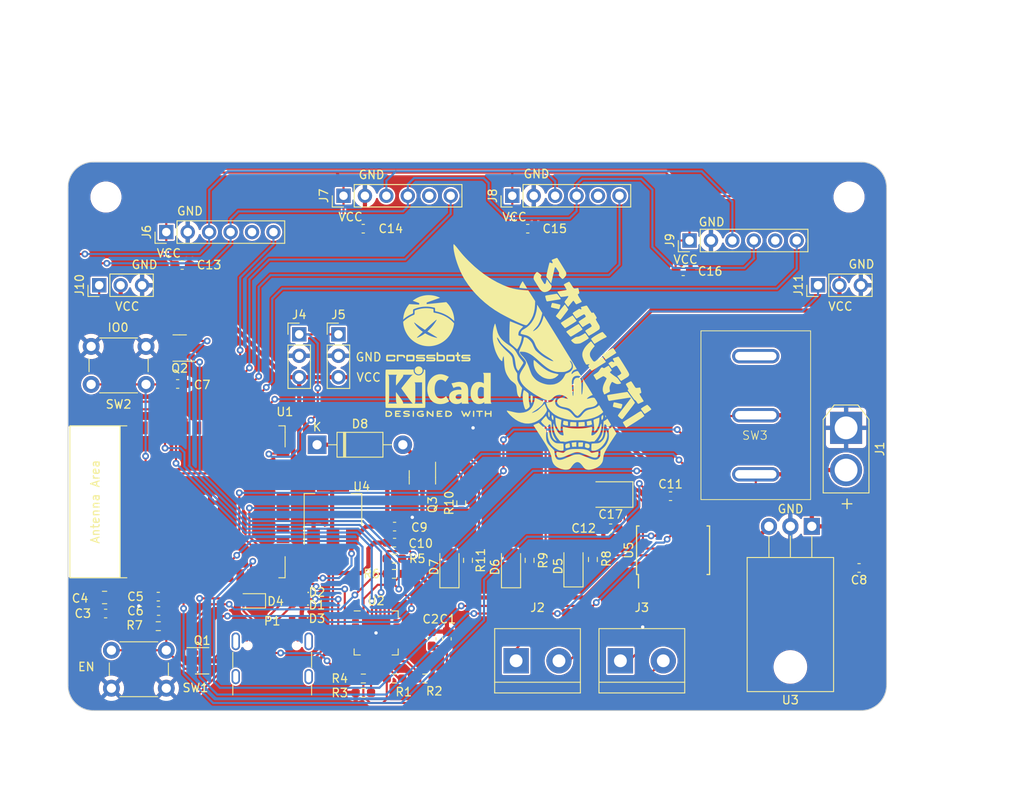
<source format=kicad_pcb>
(kicad_pcb (version 20221018) (generator pcbnew)
  (layers (0 "F.Cu" signal) (31 "B.Cu" signal) (34 "B.Paste" user) (35 "F.Paste" user) (36 "B.SilkS" user "B.Silkscreen") (37 "F.SilkS" user "F.Silkscreen") (38 "B.Mask" user) (39 "F.Mask" user) (44 "Edge.Cuts" user))
  (net 0 "")
  (net 1 "VDD33")
  (net 2 "GND")
  (net 4 "VBUS")
  (net 5 "D+")
  (net 12 "D-")
  (net 13 "Net-(Q1-B)")
  (net 14 "EN")
  (net 15 "RTS")
  (net 16 "Net-(Q2-B)")
  (net 17 "DTR")
  (net 18 "IO0")
  (net 20 "VBUS_CP210")
  (net 33 "Net-(U2-~{RST})")
  (net 35 "Net-(U2-~{SUSPEND})")
  (net 36 "IO36")
  (net 37 "IO39")
  (net 38 "IO34")
  (net 39 "IO35")
  (net 40 "IO32")
  (net 41 "IO33")
  (net 42 "IO25")
  (net 43 "IO26")
  (net 44 "IO27")
  (net 45 "IO14")
  (net 46 "IO12")
  (net 47 "IO13")
  (net 48 "IO15")
  (net 49 "IO2")
  (net 50 "IO4")
  (net 51 "IO16")
  (net 52 "IO17")
  (net 53 "IO5")
  (net 54 "IO18")
  (net 55 "IO19")
  (net 56 "IO21")
  (net 57 "IO22")
  (net 58 "IO23")
  (net 59 "5V")
  (net 60 "12V")
  (net 61 "Net-(D6-A)")
  (net 62 "Net-(D5-A)")
  (net 63 "Net-(D7-A)")
  (net 64 "Net-(D8-A)")
  (net 65 "Net-(J2-Pin_1)")
  (net 66 "Net-(J2-Pin_2)")
  (net 67 "Net-(J3-Pin_2)")
  (net 68 "Net-(J3-Pin_1)")
  (net 73 "TXD")
  (net 74 "TXD0")
  (net 75 "Net-(SW3-B)")
  (net 76 "Net-(Q3-D)")
  (footprint "Resistor_SMD:R_0603_1608Metric_Pad0.98x0.95mm_HandSolder" (layer "F.Cu") (at 162.2 117.1 90)
    (fp_text reference "R8")
    (fp_text value "1k(5%)")
  )
  (footprint "Capacitor_SMD:C_0603_1608Metric_Pad1.08x0.95mm_HandSolder" (layer "F.Cu") (at 143.1 126.5 90)
    (fp_text reference "C2")
    (fp_text value "0.1uF/50V(10%)")
  )
  (footprint "Package_DFN_QFN:QFN-28-1EP_5x5mm_P0.5mm_EP3.35x3.35mm" (layer "F.Cu") (at 136.52 125.8)
    (fp_text reference "U2")
    (fp_text value "CP2102N-Axx-xQFN28")
  )
  (footprint "Connector_AMASS:AMASS_XT30U-M_1x02_P5.0mm_Vertical" (layer "F.Cu") (at 192.2 101.5 -90)
    (fp_text reference "J1")
    (fp_text value "3Cell Li-Po")
  )
  (footprint "Package_TO_SOT_SMD:SOT-23-3" (layer "F.Cu") (at 142 107.3625 -90)
    (fp_text reference "Q3")
    (fp_text value "Q_PMOS_GSD")
  )
  (footprint "Capacitor_SMD:C_0603_1608Metric_Pad1.08x0.95mm_HandSolder" (layer "F.Cu") (at 171.4 109.6)
    (fp_text reference "C11")
    (fp_text value "0.1uF")
  )
  (footprint "Resistor_SMD:R_0603_1608Metric_Pad0.98x0.95mm_HandSolder" (layer "F.Cu") (at 142.3 131.2)
    (fp_text reference "R2")
    (fp_text value "10k(5%)")
  )
  (footprint "Connector_PinHeader_2.54mm:PinHeader_1x06_P2.54mm_Vertical" (layer "F.Cu") (at 152.65 74 90)
    (fp_text reference "J8")
    (fp_text value "VL MIDDLE RIGHT")
  )
  (footprint "Resistor_SMD:R_0603_1608Metric_Pad0.98x0.95mm_HandSolder" (layer "F.Cu") (at 135 132.9 180)
    (fp_text reference "R3")
    (fp_text value "47.5k(5%)")
  )
  (footprint "Diode_THT:D_DO-41_SOD81_P10.16mm_Horizontal" (layer "F.Cu") (at 129.52 103.5)
    (fp_text reference "D8")
    (fp_text value "1N4007")
  )
  (footprint "Resistor_SMD:R_0603_1608Metric_Pad0.98x0.95mm_HandSolder" (layer "F.Cu") (at 154.7 117.2 90)
    (fp_text reference "R9")
    (fp_text value "1k(5%)")
  )
  (footprint "Package_TO_SOT_THT:TO-220-3_Horizontal_TabDown" (layer "F.Cu") (at 188.14 113.17 180)
    (fp_text reference "U3")
    (fp_text value "L7805")
  )
  (footprint "Button_Switch_THT:SW_PUSH_6mm" (layer "F.Cu") (at 102.75 91.85)
    (fp_text reference "SW2")
    (fp_text value "SW_Push")
  )
  (footprint "Connector_PinHeader_2.54mm:PinHeader_1x03_P2.54mm_Vertical" (layer "F.Cu") (at 188.875 84.6 90)
    (fp_text reference "J11")
    (fp_text value "LINE SENSOR RIGHT")
  )
  (footprint "Symbol:KiCad-Logo2_5mm_SilkScreen" (layer "F.Cu") (at 143.9 97.2)
    (fp_text reference "REF**" hide)
    (fp_text value "KiCad-Logo2_5mm_SilkScreen" hide)
  )
  (footprint "MountingHole:MountingHole_3.2mm_M3_DIN965" (layer "F.Cu") (at 192.55 74.15)
    (fp_text reference "REF**" hide)
    (fp_text value "MountingHole_3.2mm_M3_DIN965")
  )
  (footprint "Resistor_SMD:R_0603_1608Metric_Pad0.98x0.95mm_HandSolder" (layer "F.Cu") (at 135 131.2)
    (fp_text reference "R4")
    (fp_text value "22.1k(5%)")
  )
  (footprint "Capacitor_SMD:C_0603_1608Metric_Pad1.08x0.95mm_HandSolder" (layer "F.Cu") (at 193.7375 118.1 180)
    (fp_text reference "C8")
    (fp_text value "3.3uF/50V(10%)")
  )
  (footprint "Capacitor_SMD:C_0603_1608Metric_Pad1.08x0.95mm_HandSolder" (layer "F.Cu") (at 104.4625 123.5 180)
    (fp_text reference "C3")
    (fp_text value "0.1uF/50V(10%)")
  )
  (footprint "Capacitor_SMD:C_0603_1608Metric_Pad1.08x0.95mm_HandSolder" (layer "F.Cu") (at 144.9 126.5 90)
    (fp_text reference "C1")
    (fp_text value "4.7uF/6.3V(10%)")
  )
  (footprint "Connector_USB:USB_C_Receptacle_GCT_USB4105-xx-A_16P_TopMnt_Horizontal" (layer "F.Cu") (at 124.2 129.9)
    (fp_text reference "P1")
    (fp_text value "USB_C_Plug")
  )
  (footprint "TerminalBlock:TerminalBlock_bornier-2_P5.08mm" (layer "F.Cu") (at 153.1 129.1)
    (fp_text reference "J2")
    (fp_text value "Screw_Terminal_01x02")
  )
  (footprint "Connector_PinHeader_2.54mm:PinHeader_1x06_P2.54mm_Vertical" (layer "F.Cu") (at 132.65 74 90)
    (fp_text reference "J7")
    (fp_text value "VL MIDDLE LEFT")
  )
  (footprint "Diode_SMD:D_0402_1005Metric_Pad0.77x0.64mm_HandSolder" (layer "F.Cu") (at 127.2 121 180)
    (fp_text reference "D2")
    (fp_text value "GG0402055R042P")
  )
  (footprint "Capacitor_SMD:C_0603_1608Metric_Pad1.08x0.95mm_HandSolder" (layer "F.Cu") (at 172.9 82.95)
    (fp_text reference "C16")
    (fp_text value "0.1uF")
  )
  (footprint "MountingHole:MountingHole_3.2mm_M3_DIN965" (layer "F.Cu") (at 104.5 74.15)
    (fp_text reference "REF**" hide)
    (fp_text value "MountingHole_3.2mm_M3_DIN965")
  )
  (footprint "PCM_Espressif:ESP32-WROOM-32E" (layer "F.Cu") (at 114.73 110.26 90)
    (fp_text reference "U1")
    (fp_text value "ESP32-WROOM-E")
  )
  (footprint "Resistor_SMD:R_0603_1608Metric_Pad0.98x0.95mm_HandSolder" (layer "F.Cu") (at 138.6875 117 180)
    (fp_text reference "R5")
    (fp_text value "10k(5%)")
  )
  (footprint "Connector_PinHeader_2.54mm:PinHeader_1x03_P2.54mm_Vertical" (layer "F.Cu") (at 132.05 90.42)
    (fp_text reference "J5")
    (fp_text value "IR RECIEVER")
  )
  (footprint "Capacitor_SMD:C_0805_2012Metric_Pad1.18x1.45mm_HandSolder" (layer "F.Cu") (at 104.3375 121.6 180)
    (fp_text reference "C4")
    (fp_text value "22uF/10V(20%)")
  )
  (footprint "Capacitor_SMD:C_0603_1608Metric_Pad1.08x0.95mm_HandSolder" (layer "F.Cu") (at 164.3 113.4 180)
    (fp_text reference "C12")
    (fp_text value "0.1uF/12V")
  )
  (footprint "LOGO" (layer "F.Cu") (at 157.639021 93.066901)
    (fp_text reference "G***" hide)
    (fp_text value "LOGO" hide)
  )
  (footprint "Resistor_SMD:R_0603_1608Metric_Pad0.98x0.95mm_HandSolder" (layer "F.Cu") (at 110.7 125)
    (fp_text reference "R7")
    (fp_text value "10K(10%)")
  )
  (footprint "Diode_SMD:D_0402_1005Metric_Pad0.77x0.64mm_HandSolder" (layer "F.Cu") (at 127.1725 122.5 180)
    (fp_text reference "D1")
    (fp_text value "GG0402055R042P")
  )
  (footprint "Capacitor_SMD:C_0603_1608Metric_Pad1.08x0.95mm_HandSolder" (layer "F.Cu") (at 134.9875 77.9)
    (fp_text reference "C14")
    (fp_text value "0.1uF")
  )
  (footprint "Capacitor_SMD:C_0603_1608Metric_Pad1.08x0.95mm_HandSolder" (layer "F.Cu") (at 138.7 115.1)
    (fp_text reference "C10")
    (fp_text value "22uF/50V(10%)")
  )
  (footprint "Package_TO_SOT_SMD:SOT-223-3_TabPin2" (layer "F.Cu") (at 131.4 111.2 90)
    (fp_text reference "U4")
    (fp_text value "AMS1117-3.3")
  )
  (footprint "Package_SO:SSOP-24_5.3x8.2mm_P0.65mm" (layer "F.Cu") (at 171.7 116 90)
    (fp_text reference "U5")
    (fp_text value "TB6612FNG")
  )
  (footprint "LED_SMD:LED_1206_3216Metric_Pad1.42x1.75mm_HandSolder" (layer "F.Cu") (at 145.2 117.9875 90)
    (fp_text reference "D7")
    (fp_text value "LED")
  )
  (footprint "Connector_PinHeader_2.54mm:PinHeader_1x06_P2.54mm_Vertical" (layer "F.Cu") (at 173.65 79.3 90)
    (fp_text reference "J9")
    (fp_text value "VL RIGHT")
  )
  (footprint "Connector_PinHeader_2.54mm:PinHeader_1x03_P2.54mm_Vertical" (layer "F.Cu") (at 127.4 90.42)
    (fp_text reference "J4")
    (fp_text value "IR RECIEVER")
  )
  (footprint "Resistor_SMD:R_0603_1608Metric_Pad0.98x0.95mm_HandSolder" (layer "F.Cu") (at 146.6 110.4 90)
    (fp_text reference "R10")
    (fp_text value "1K")
  )
  (footprint "TerminalBlock:TerminalBlock_bornier-2_P5.08mm" (layer "F.Cu") (at 165.46 129.1)
    (fp_text reference "J3")
    (fp_text value "Screw_Terminal_01x02")
  )
  (footprint "Resistor_SMD:R_0603_1608Metric_Pad0.98x0.95mm_HandSolder" (layer "F.Cu") (at 147.4 117.2 90)
    (fp_text reference "R11")
    (fp_text value "1k(5%)")
  )
  (footprint "Capacitor_Tantalum_SMD:CP_EIA-3528-15_AVX-H_Pad1.50x2.35mm_HandSolder" (layer "F.Cu") (at 164.3 109.4 180)
    (fp_text reference "C17")
    (fp_text value "10uF/12V")
  )
  (footprint "Button_Switch_THT:SW_PUSH_6mm" (layer "F.Cu") (at 111.65 132.35 180)
    (fp_text reference "SW1")
    (fp_text value "SW_Push")
  )
  (footprint "Capacitor_SMD:C_0603_1608Metric_Pad1.08x0.95mm_HandSolder" (layer "F.Cu") (at 113 96.3 180)
    (fp_text reference "C7")
    (fp_text value "0.1uF/50V(10%)")
  )
  (footprint "LED_SMD:LED_1206_3216Metric_Pad1.42x1.75mm_HandSolder" (layer "F.Cu") (at 159.9 117.8875 90)
    (fp_text reference "D5")
    (fp_text value "LED")
  )
  (footprint "LED_SMD:LED_1206_3216Metric_Pad1.42x1.75mm_HandSolder" (layer "F.Cu") (at 152.5 117.9875 90)
    (fp_text reference "D6")
    (fp_text value "LED")
  )
  (footprint "Capacitor_SMD:C_0603_1608Metric_Pad1.08x0.95mm_HandSolder" (layer "F.Cu") (at 113.53 82.2)
    (fp_text reference "C13")
    (fp_text value "0.1uF")
  )
  (footprint "Capacitor_SMD:C_0603_1608Metric_Pad1.08x0.95mm_HandSolder" (layer "F.Cu") (at 154.48 77.9)
    (fp_text reference "C15")
    (fp_text value "0.1uF")
  )
  (footprint "Package_TO_SOT_SMD:SOT-23-3" (layer "F.Cu") (at 115.9 129.1)
    (fp_text reference "Q1")
    (fp_text value "SS8050-G")
  )
  (footprint "Connector_PinHeader_2.54mm:PinHeader_1x06_P2.54mm_Vertical" (layer "F.Cu") (at 111.65 78.3 90)
    (fp_text reference "J6")
    (fp_text value "VL LEFT")
  )
  (footprint "Capacitor_SMD:C_0603_1608Metric_Pad1.08x0.95mm_HandSolder" (layer "F.Cu") (at 110.7375 123.2)
    (fp_text reference "C6")
    (fp_text value "0.1uF/50V(10%)")
  )
  (footprint "Resistor_SMD:R_0603_1608Metric_Pad0.98x0.95mm_HandSolder" (layer "F.Cu") (at 138.6875 118.8 180)
    (fp_text reference "R6")
    (fp_text value "10k(5%)")
  )
  (footprint "Diode_SMD:D_0402_1005Metric_Pad0.77x0.64mm_HandSolder" (layer "F.Cu") (at 127.1275 124 180)
    (fp_text reference "D3")
    (fp_text value "GG0402055R042P")
  )
  (footprint "Capacitor_SMD:C_0603_1608Metric_Pad1.08x0.95mm_HandSolder" (layer "F.Cu") (at 110.7 121.5 180)
    (fp_text reference "C5")
    (fp_text value "0.1uF/50V(10%)")
  )
  (footprint "Diode_SMD:D_SOD-323" (layer "F.Cu") (at 121.8 122 180)
    (fp_text reference "D4")
    (fp_text value "BAT760-7")
  )
  (footprint "Connector_PinHeader_2.54mm:PinHeader_1x03_P2.54mm_Vertical" (layer "F.Cu") (at 103.7 84.6 90)
    (fp_text reference "J10")
    (fp_text value "LINE SENSOR LEFT")
  )
  (footprint "Resistor_SMD:R_0603_1608Metric_Pad0.98x0.95mm_HandSolder" (layer "F.Cu") (at 138.6875 131.2)
    (fp_text reference "R1")
    (fp_text value "2k(5%)")
  )
  (footprint "LOGO" (layer "F.Cu") (at 142.7 89.7)
    (fp_text reference "G***" hide)
    (fp_text value "LOGO" hide)
  )
  (footprint "Package_TO_SOT_SMD:SOT-23-3" (layer "F.Cu") (at 113.2375 92.04 180)
    (fp_text reference "Q2")
    (fp_text value "SS8050-G")
  )
  (footprint "Customs:Toggle Switch" (layer "F.Cu") (at 181.5 100 180)
    (fp_text reference "SW3")
    (fp_text value "SW_SPST")
  )
  (footprint "Capacitor_SMD:C_0603_1608Metric_Pad1.08x0.95mm_HandSolder" (layer "F.Cu") (at 138.7 113.2)
    (fp_text reference "C9")
    (fp_text value "22uF/50V(10%)")
  )
  (gr_arc (start 100 73) (mid 100.87868 70.87868) (end 103 70) (stroke (width 0.1)) (layer "Edge.Cuts"))
  (gr_line (start 103 70) (end 194 70) (stroke (width 0.1)) (layer "Edge.Cuts"))
  (gr_line (start 100 132) (end 100 73) (stroke (width 0.1)) (layer "Edge.Cuts"))
  (gr_arc (start 103 135) (mid 100.87868 134.12132) (end 100 132) (stroke (width 0.1)) (layer "Edge.Cuts"))
  (gr_line (start 194 135) (end 103 135) (stroke (width 0.1)) (layer "Edge.Cuts"))
  (gr_arc (start 194 70) (mid 196.12132 70.87868) (end 197 73) (stroke (width 0.1)) (layer "Edge.Cuts"))
  (gr_arc (start 197 132) (mid 196.12132 134.12132) (end 194 135) (stroke (width 0.1)) (layer "Edge.Cuts"))
  (gr_line (start 197 73) (end 197 132) (stroke (width 0.1)) (layer "Edge.Cuts"))
  (gr_text "GND" (at 134.35 72.1) (layer "F.SilkS") (effects (font (size 1 1)) (justify left bottom)))
  (gr_text "VCC" (at 105.5 87.7) (layer "F.SilkS") (effects (font (size 1 1)) (justify left bottom)))
  (gr_text "GND" (at 107.45 82.75) (layer "F.SilkS") (effects (font (size 1 1)) (justify left bottom)))
  (gr_text "GND" (at 184 111.7) (layer "F.SilkS") (effects (font (size 1 1)) (justify left bottom)))
  (gr_text "VCC" (at 190 87.7) (layer "F.SilkS") (effects (font (size 1 1)) (justify left bottom)))
  (gr_text "VCC" (at 171.65 82.15) (layer "F.SilkS") (effects (font (size 1 1)) (justify left bottom)))
  (gr_text "EN" (at 101.1 130.4) (layer "F.SilkS") (effects (font (size 1 1)) (justify left bottom)))
  (gr_text "VCC" (at 131.95 77.1) (layer "F.SilkS") (effects (font (size 1 1)) (justify left bottom)))
  (gr_text "GND" (at 192.4 82.7) (layer "F.SilkS") (effects (font (size 1 1)) (justify left bottom)))
  (gr_text "GND" (at 112.83 76.4) (layer "F.SilkS") (effects (font (size 1 1)) (justify left bottom)))
  (gr_text "VCC" (at 151.38 77.1) (layer "F.SilkS") (effects (font (size 1 1)) (justify left bottom)))
  (gr_text "GND" (at 174.65 77.7) (layer "F.SilkS") (effects (font (size 1 1)) (justify left bottom)))
  (gr_text "VCC" (at 134.1 96.1) (layer "F.SilkS") (effects (font (size 1 1)) (justify left bottom)))
  (gr_text "GND" (at 134 93.7) (layer "F.SilkS") (effects (font (size 1 1)) (justify left bottom)))
  (gr_text "IO0" (at 104.6 90.2) (layer "F.SilkS") (effects (font (size 1 1)) (justify left bottom)))
  (gr_text "VCC" (at 110.43 81.4) (layer "F.SilkS") (effects (font (size 1 1)) (justify left bottom)))
  (gr_text "GND" (at 153.9 72) (layer "F.SilkS") (effects (font (size 1 1)) (justify left bottom)))
  (segment (start 172 82.9125) (end 172 79.6) (width 0.25) (layer "F.Cu") (net 1))
  (segment (start 152.6 71.25) (end 170.85 71.25) (width 0.25) (layer "F.Cu") (net 1))
  (segment (start 137.3 134.1) (end 137.775 133.625) (width 0.25) (layer "F.Cu") (net 1))
  (segment (start 154.7 118.1125) (end 156.6 116.2125) (width 0.25) (layer "F.Cu") (net 1))
  (segment (start 131.3 126.7) (end 128.8 129.2) (width 0.25) (layer "F.Cu") (net 1))
  (segment (start 137.3 134.1) (end 142.9 134.1) (width 0.25) (layer "F.Cu") (net 1))
  (segment (start 159.85 96.85) (end 170.5375 107.5375) (width 0.5) (layer "F.Cu") (net 1))
  (segment (start 112.6675 86.6825) (end 112.65 86.7) (width 0.25) (layer "F.Cu") (net 1))
  (segment (start 155.8 95.5) (end 158.5 95.5) (width 0.5) (layer "F.Cu") (net 1))
  (segment (start 135.6 117.9) (end 135.6 115.8) (width 0.5) (layer "F.Cu") (net 1))
  (segment (start 173.65 74.05) (end 173.65 79.3) (width 0.25) (layer "F.Cu") (net 1))
  (segment (start 112.6675 82.2) (end 112.6675 86.6825) (width 0.25) (layer "F.Cu") (net 1))
  (segment (start 131.3 125.1) (end 133 126.8) (width 0.25) (layer "F.Cu") (net 1))
  (segment (start 135 133.3) (end 135.8 134.1) (width 0.25) (layer "F.Cu") (net 1))
  (segment (start 112.65 86.7) (end 106.8 86.7) (width 0.5) (layer "F.Cu") (net 1))
  (segment (start 172 79.6) (end 172.3 79.3) (width 0.25) (layer "F.Cu") (net 1))
  (segment (start 135 129.7) (end 135 133.3) (width 0.25) (layer "F.Cu") (net 1))
  (segment (start 107.6 125) (end 109.7875 125) (width 0.25) (layer "F.Cu") (net 1))
  (segment (start 173.65 74.05) (end 185.65 74.05) (width 0.25) (layer "F.Cu") (net 1))
  (segment (start 127.4 104.48) (end 127.4 95.5) (width 0.5) (layer "F.Cu") (net 1))
  (segment (start 135.8 134.1) (end 137.3 134.1) (width 0.25) (layer "F.Cu") (net 1))
  (segment (start 102.5 126.4) (end 103.9 125) (width 0.25) (layer "F.Cu") (net 1))
  (segment (start 132 118.7) (end 134.8 118.7) (width 0.5) (layer "F.Cu") (net 1))
  (segment (start 127.4 95.5) (end 132.05 95.5) (width 0.5) (layer "F.Cu") (net 1))
  (segment (start 142.9 134.1) (end 144.9 132.1) (width 0.25) (layer "F.Cu") (net 1))
  (segment (start 131.3 126) (end 131.3 126.7) (width 0.25) (layer "F.Cu") (net 1))
  (segment (start 170.5375 107.5375) (end 170.5375 109.6) (width 0.5) (layer "F.Cu") (net 1))
  (segment (start 107.6 121.4) (end 107.6 125) (width 0.25) (layer "F.Cu") (net 1))
  (segment (start 106.8 86.7) (end 106.24 86.14) (width 0.5) (layer "F.Cu") (net 1))
  (segment (start 133 126.8) (end 134.07 126.8) (width 0.25) (layer "F.Cu") (net 1))
  (segment (start 156.6 116.2125) (end 156.6 96.3) (width 0.25) (layer "F.Cu") (net 1))
  (segment (start 135.6 115.8) (end 136.3 115.1) (width 0.5) (layer "F.Cu") (net 1))
  (segment (start 108.99 119.01) (end 108.99 120.01) (width 0.25) (layer "F.Cu") (net 1))
  (segment (start 152.6 71.25) (end 152.65 71.3) (width 0.25) (layer "F.Cu") (net 1))
  (segment (start 170.5375 109.6) (end 170.5375 110.4375) (width 0.25) (layer "F.Cu") (net 1))
  (segment (start 131.8 71.25) (end 132.65 72.1) (width 0.25) (layer "F.Cu") (net 1))
  (segment (start 102.5 132.6) (end 102.5 126.4) (width 0.25) (layer "F.Cu") (net 1))
  (segment (start 152.65 71.3) (end 152.65 74) (width 0.25) (layer "F.Cu") (net 1))
  (segment (start 144.9 132.1) (end 144.9 127.3625) (width 0.25) (layer "F.Cu") (net 1))
  (segment (start 170.725 110.625) (end 170.725 112.4) (width 0.25) (layer "F.Cu") (net 1))
  (segment (start 172.3 79.3) (end 173.65 79.3) (width 0.25) (layer "F.Cu") (net 1))
  (segment (start 131.3 118) (end 131.3 108.38) (width 0.5) (layer "F.Cu") (net 1))
  (segment (start 132.05 95.5) (end 155.8 95.5) (width 0.5) (layer "F.Cu") (net 1))
  (segment (start 170.85 71.25) (end 173.65 74.05) (width 0.25) (layer "F.Cu") (net 1))
  (segment (start 131.4 118.1) (end 131.4 121.399195) (width 0.25) (layer "F.Cu") (net 1))
  (segment (start 131.3 125.1) (end 131.3 126) (width 0.25) (layer "F.Cu") (net 1))
  (segment (start 127.4 95.5) (end 125.7 95.5) (width 0.5) (layer "F.Cu") (net 1))
  (segment (start 104.1 134.2) (end 102.5 132.6) (width 0.25) (layer "F.Cu") (net 1))
  (segment (start 185.65 74.05) (end 191.415 79.815) (width 0.25) (layer "F.Cu") (net 1))
  (segment (start 131.3 126) (end 135 129.7) (width 0.25) (layer "F.Cu") (net 1))
  (segment (start 152.65 76.9325) (end 153.6175 77.9) (width 0.25) (layer "F.Cu") (net 1))
  (segment (start 191.415 86.285) (end 190.1 87.6) (width 0.5) (layer "F.Cu") (net 1))
  (segment (start 190.1 87.6) (end 169.1 87.6) (width 0.5) (layer "F.Cu") (net 1))
  (segment (start 116.9 86.7) (end 115.8 86.7) (width 0.5) (layer "F.Cu") (net 1))
  (segment (start 105.325 121.7) (end 105.325 124.975) (width 0.25) (layer "F.Cu") (net 1))
  (segment (start 115.8 86.7) (end 112.65 86.7) (width 0.5) (layer "F.Cu") (net 1))
  (segment (start 111.65 81.1825) (end 111.65 78.3) (width 0.25) (layer "F.Cu") (net 1))
  (segment (start 158.5 95.5) (end 159.85 96.85) (width 0.5) (layer "F.Cu") (net 1))
  (segment (start 191.415 79.815) (end 191.415 84.6) (width 0.25) (layer "F.Cu") (net 1))
  (segment (start 125.7 95.5) (end 116.9 86.7) (width 0.5) (layer "F.Cu") (net 1))
  (segment (start 137.775 133.625) (end 137.775 131.2) (width 0.25) (layer "F.Cu") (net 1))
  (segment (start 191.415 84.6) (end 191.415 86.285) (width 0.5) (layer "F.Cu") (net 1))
  (segment (start 132.65 74) (end 132.65 76.425) (width 0.25) (layer "F.Cu") (net 1))
  (segment (start 152.65 74) (end 152.65 76.9325) (width 0.25) (layer "F.Cu") (net 1))
  (segment (start 105.3 125) (end 107.6 125) (width 0.25) (layer "F.Cu") (net 1))
  (segment (start 170.725 112.4) (end 171.375 112.4) (width 0.25) (layer "F.Cu") (net 1))
  (segment (start 134.8 118.7) (end 135.6 117.9) (width 0.5) (layer "F.Cu") (net 1))
  (segment (start 106.24 86.14) (end 106.24 84.6) (width 0.5) (layer "F.Cu") (net 1))
  (segment (start 136.3 115.1) (end 137.8375 115.1) (width 0.5) (layer "F.Cu") (net 1))
  (segment (start 114.05 71.25) (end 131.8 71.25) (width 0.25) (layer "F.Cu") (net 1))
  (segment (start 112.6675 82.2) (end 111.65 81.1825) (width 0.25) (layer "F.Cu") (net 1))
  (segment (start 132.65 72.1) (end 132.65 74) (width 0.25) (layer "F.Cu") (net 1))
  (segment (start 156.6 96.3) (end 155.8 95.5) (width 0.25) (layer "F.Cu") (net 1))
  (segment (start 114.3 134.2) (end 104.1 134.2) (width 0.25) (layer "F.Cu") (net 1))
  (segment (start 119.3 129.2) (end 114.3 134.2) (width 0.25) (layer "F.Cu") (net 1))
  (segment (start 111.65 73.65) (end 114.05 71.25) (width 0.25) (layer "F.Cu") (net 1))
  (segment (start 131.8 71.25) (end 152.6 71.25) (width 0.25) (layer "F.Cu") (net 1))
  (segment (start 169.1 87.6) (end 159.85 96.85) (width 0.5) (layer "F.Cu") (net 1))
  (segment (start 132.65 76.425) (end 134.125 77.9) (width 0.25) (layer "F.Cu") (net 1))
  (segment (start 103.9 125) (end 105.3 125) (width 0.25) (layer "F.Cu") (net 1))
  (segment (start 131.3 121.499195) (end 131.3 125.1) (width 0.25) (layer "F.Cu") (net 1))
  (segment (start 111.65 78.3) (end 111.65 73.65) (width 0.25) (layer "F.Cu") (net 1))
  (segment (start 131.3 118) (end 131.4 118.1) (width 0.25) (layer "F.Cu") (net 1))
  (segment (start 131.3 108.38) (end 127.4 104.48) (width 0.5) (layer "F.Cu") (net 1))
  (segment (start 131.3 118) (end 132 118.7) (width 0.5) (layer "F.Cu") (net 1))
  (segment (start 143.1 127.3625) (end 144.9 127.3625) (width 0.25) (layer "F.Cu") (net 1))
  (segment (start 134.07 126.8) (end 134.07 127.3) (width 0.25) (layer "F.Cu") (net 1))
  (segment (start 108.99 120.01) (end 107.6 121.4) (width 0.25) (layer "F.Cu") (net 1))
  (segment (start 128.8 129.2) (end 119.3 129.2) (width 0.25) (layer "F.Cu") (net 1))
  (segment (start 105.325 124.975) (end 105.3 125) (width 0.25) (layer "F.Cu") (net 1))
  (segment (start 131.4 121.399195) (end 131.3 121.499195) (width 0.25) (layer "F.Cu") (net 1))
  (segment (start 170.5375 110.4375) (end 170.725 110.625) (width 0.25) (layer "F.Cu") (net 1))
  (segment (start 172.0375 82.95) (end 172 82.9125) (width 0.25) (layer "F.Cu") (net 1))
  (segment (start 136.02 125.3) (end 136.52 125.8) (width 0.25) (layer "F.Cu") (net 2))
  (segment (start 134.07 125.3) (end 136.02 125.3) (width 0.25) (layer "F.Cu") (net 2))
  (via (at 168.1 125.1) (size 0.8) (drill 0.4) (layers "F.Cu" "B.Cu") (net 2))
  (via (at 108.4 122.6) (size 0.8) (drill 0.4) (layers "F.Cu" "B.Cu") (net 2))
  (via (at 136.5 125.8) (size 0.8) (drill 0.4) (layers "F.Cu" "B.Cu") (net 2))
  (via (at 140.8 112.1) (size 0.8) (drill 0.4) (layers "F.Cu" "B.Cu") (net 2))
  (via (at 148 101.5) (size 0.8) (drill 0.4) (layers "F.Cu" "B.Cu") (net 2))
  (segment (start 124.1755 128.1755) (end 123.9 127.9) (width 0.25) (layer "F.Cu") (net 4))
  (segment (start 123.9 127.9) (end 123.9 127.4) (width 0.25) (layer "F.Cu") (net 4))
  (segment (start 126.6 124.045) (end 126.555 124) (width 0.25) (layer "F.Cu") (net 4))
  (segment (start 125.2 128.1755) (end 124.1755 128.1755) (width 0.25) (layer "F.Cu") (net 4))
  (segment (start 123.9 127.4) (end 122.404949 127.4) (width 0.25) (layer "F.Cu") (net 4))
  (segment (start 126.6 126.22) (end 126.6 124.045) (width 0.25) (layer "F.Cu") (net 4))
  (segment (start 134.0875 131.2) (end 132.8 131.2) (width 0.25) (layer "F.Cu") (net 4))
  (segment (start 125.995051 127.4) (end 123.9 127.4) (width 0.25) (layer "F.Cu") (net 4))
  (segment (start 120.8 122.05) (end 120.75 122) (width 0.25) (layer "F.Cu") (net 4))
  (segment (start 132.8 131.2) (end 130.7 129.1) (width 0.25) (layer "F.Cu") (net 4))
  (segment (start 121.8 126.795051) (end 121.8 126.22) (width 0.25) (layer "F.Cu") (net 4))
  (segment (start 121.8 126.22) (end 121.8 124.2) (width 0.25) (layer "F.Cu") (net 4))
  (segment (start 120.8 123.2) (end 120.8 122.05) (width 0.25) (layer "F.Cu") (net 4))
  (segment (start 126.6 126.22) (end 126.6 126.795051) (width 0.25) (layer "F.Cu") (net 4))
  (segment (start 122.404949 127.4) (end 121.8 126.795051) (width 0.25) (layer "F.Cu") (net 4))
  (segment (start 121.8 124.2) (end 120.8 123.2) (width 0.25) (layer "F.Cu") (net 4))
  (segment (start 126.6 126.795051) (end 125.995051 127.4) (width 0.25) (layer "F.Cu") (net 4))
  (via (at 130.7 129.1) (size 0.8) (drill 0.4) (layers "F.Cu" "B.Cu") (net 4))
  (via (at 125.2 128.1755) (size 0.8) (drill 0.4) (layers "F.Cu" "B.Cu") (net 4))
  (segment (start 129.8 128.2) (end 125.2 128.2) (width 0.25) (layer "B.Cu") (net 4))
  (segment (start 130.7 129.1) (end 129.8 128.2) (width 0.25) (layer "B.Cu") (net 4))
  (segment (start 125.2 128.2) (end 125.2 128.1755) (width 0.25) (layer "B.Cu") (net 4))
  (segment (start 123.95 126.22) (end 123.95 123.6775) (width 0.25) (layer "F.Cu") (net 5))
  (segment (start 123.95 123.6775) (end 126.6275 121) (width 0.25) (layer "F.Cu") (net 5))
  (segment (start 132.8 120.6) (end 132.8 125.1) (width 0.25) (layer "F.Cu") (net 5))
  (segment (start 126.6275 121) (end 126.6275 120.4725) (width 0.25) (layer "F.Cu") (net 5))
  (segment (start 133.5 125.8) (end 134.07 125.8) (width 0.25) (layer "F.Cu") (net 5))
  (segment (start 127.1 120) (end 129.1 120) (width 0.25) (layer "F.Cu") (net 5))
  (segment (start 132.8 125.1) (end 133.5 125.8) (width 0.25) (layer "F.Cu") (net 5))
  (segment (start 129.1 120) (end 129.4 120.3) (width 0.25) (layer "F.Cu") (net 5))
  (segment (start 126.6275 120.4725) (end 127.1 120) (width 0.25) (layer "F.Cu") (net 5))
  (via (at 132.8 120.6) (size 0.8) (drill 0.4) (layers "F.Cu" "B.Cu") (net 5))
  (via (at 129.4 120.3) (size 0.8) (drill 0.4) (layers "F.Cu" "B.Cu") (net 5))
  (segment (start 129.7 120.6) (end 132.8 120.6) (width 0.25) (layer "B.Cu") (net 5))
  (segment (start 129.4 120.3) (end 129.7 120.6) (width 0.25) (layer "B.Cu") (net 5))
  (segment (start 126.9 121.8) (end 129.3 121.8) (width 0.25) (layer "F.Cu") (net 12))
  (segment (start 126.6 122.5) (end 126.6 122.1) (width 0.25) (layer "F.Cu") (net 12))
  (segment (start 124.45 124.65) (end 126.6 122.5) (width 0.25) (layer "F.Cu") (net 12))
  (segment (start 126.6 122.1) (end 126.9 121.8) (width 0.25) (layer "F.Cu") (net 12))
  (segment (start 133.2 126.3) (end 134.07 126.3) (width 0.25) (layer "F.Cu") (net 12))
  (segment (start 132.0245 125.1245) (end 133.2 126.3) (width 0.25) (layer "F.Cu") (net 12))
  (segment (start 132.0245 121.8) (end 132.0245 125.1245) (width 0.25) (layer "F.Cu") (net 12))
  (segment (start 124.45 126.22) (end 124.45 124.65) (width 0.25) (layer "F.Cu") (net 12))
  (via (at 129.3 121.8) (size 0.8) (drill 0.4) (layers "F.Cu" "B.Cu") (net 12))
  (via (at 132.0245 121.8) (size 0.8) (drill 0.4) (layers "F.Cu" "B.Cu") (net 12))
  (segment (start 129.3 121.8) (end 132.0245 121.8) (width 0.25) (layer "B.Cu") (net 12))
  (segment (start 119.1 122.4) (end 117 122.4) (width 0.25) (layer "F.Cu") (net 13))
  (segment (start 136.5 118.8) (end 137.775 118.8) (width 0.25) (layer "F.Cu") (net 13))
  (segment (start 134 121.3) (end 136.5 118.8) (width 0.25) (layer "F.Cu") (net 13))
  (segment (start 117 122.4) (end 114.8 124.6) (width 0.25) (layer "F.Cu") (net 13))
  (segment (start 114.8 128.1125) (end 114.7625 128.15) (width 0.25) (layer "F.Cu") (net 13))
  (segment (start 114.8 124.6) (end 114.8 128.1125) (width 0.25) (layer "F.Cu") (net 13))
  (via (at 134 121.3) (size 0.8) (drill 0.4) (layers "F.Cu" "B.Cu") (net 13))
  (via (at 119.1 122.4) (size 0.8) (drill 0.4) (layers "F.Cu" "B.Cu") (net 13))
  (segment (start 134 121.3) (end 132.3 123) (width 0.25) (layer "B.Cu") (net 13))
  (segment (start 119.7 123) (end 119.1 122.4) (width 0.25) (layer "B.Cu") (net 13))
  (segment (start 132.3 123) (end 119.7 123) (width 0.25) (layer "B.Cu") (net 13))
  (segment (start 110.26 119.01) (end 110.26 119.96) (width 0.25) (layer "F.Cu") (net 14))
  (segment (start 111.65 127.85) (end 113.85 130.05) (width 0.25) (layer "F.Cu") (net 14))
  (segment (start 111.65 125.0375) (end 111.65 127.85) (width 0.25) (layer "F.Cu") (net 14))
  (segment (start 113.85 130.05) (end 114.7625 130.05) (width 0.25) (layer "F.Cu") (net 14))
  (segment (start 111.6125 125) (end 111.65 125.0375) (width 0.25) (layer "F.Cu") (net 14))
  (segment (start 111.5625 124.95) (end 111.6125 125) (width 0.25) (layer "F.Cu") (net 14))
  (segment (start 111.5625 121.2625) (end 111.5625 121.5) (width 0.25) (layer "F.Cu") (net 14))
  (segment (start 111.65 127.85) (end 105.15 127.85) (width 0.25) (layer "F.Cu") (net 14))
  (segment (start 111.5625 121.5) (end 111.5625 124.95) (width 0.25) (layer "F.Cu") (net 14))
  (segment (start 110.26 119.96) (end 111.5625 121.2625) (width 0.25) (layer "F.Cu") (net 14))
  (segment (start 139.3 121.8) (end 138 121.8) (width 0.25) (layer "F.Cu") (net 15))
  (segment (start 140.7 122.9) (end 140.7 122) (width 0.25) (layer "F.Cu") (net 15))
  (segment (start 117.8 128.3375) (end 117.8 124.6) (width 0.25) (layer "F.Cu") (net 15))
  (segment (start 140.7 122) (end 139.9 121.2) (width 0.25) (layer "F.Cu") (net 15))
  (segment (start 117.8 124.6) (end 117.8 124.4) (width 0.25) (layer "F.Cu") (net 15))
  (segment (start 117.8 124.4) (end 118.4 123.8) (width 0.25) (layer "F.Cu") (net 15))
  (segment (start 139.6 117) (end 140.7 118.1) (width 0.25) (layer "F.Cu") (net 15))
  (segment (start 117.0375 129.1) (end 117.8 128.3375) (width 0.25) (layer "F.Cu") (net 15))
  (segment (start 137.02 122.78) (end 137.02 123.35) (width 0.25) (layer "F.Cu") (net 15))
  (segment (start 118.4 123.8) (end 118.9 123.8) (width 0.25) (layer "F.Cu") (net 15))
  (segment (start 140.7 120.4) (end 139.9 121.2) (width 0.25) (layer "F.Cu") (net 15))
  (segment (start 138 121.8) (end 137.02 122.78) (width 0.25) (layer "F.Cu") (net 15))
  (segment (start 140.7 118.1) (end 140.7 120.4) (width 0.25) (layer "F.Cu") (net 15))
  (segment (start 139.9 121.2) (end 139.3 121.8) (width 0.25) (layer "F.Cu") (net 15))
  (via (at 118.9 123.8) (size 0.8) (drill 0.4) (layers "F.Cu" "B.Cu") (net 15))
  (via (at 140.7 122.9) (size 0.8) (drill 0.4) (layers "F.Cu" "B.Cu") (net 15))
  (segment (start 130.1 123.8) (end 130.8 124.5) (width 0.25) (layer "B.Cu") (net 15))
  (segment (start 118.9 123.8) (end 130.1 123.8) (width 0.25) (layer "B.Cu") (net 15))
  (segment (start 130.8 124.5) (end 139.1 124.5) (width 0.25) (layer "B.Cu") (net 15))
  (segment (start 139.1 124.5) (end 140.7 122.9) (width 0.25) (layer "B.Cu") (net 15))
  (segment (start 137.9 116.1) (end 137.775 116.225) (width 0.25) (layer "F.Cu") (net 16))
  (segment (start 137.775 116.225) (end 137.775 117) (width 0.25) (layer "F.Cu") (net 16))
  (segment (start 140.9 116.5) (end 140.5 116.1) (width 0.25) (layer "F.Cu") (net 16))
  (segment (start 115.085 93.7) (end 115.6 93.7) (width 0.25) (layer "F.Cu") (net 16))
  (segment (start 140.5 116.1) (end 137.9 116.1) (width 0.25) (layer "F.Cu") (net 16))
  (segment (start 114.375 92.99) (end 115.085 93.7) (width 0.25) (layer "F.Cu") (net 16))
  (via (at 115.6 93.7) (size 0.8) (drill 0.4) (layers "F.Cu" "B.Cu") (net 16))
  (via (at 140.9 116.5) (size 0.8) (drill 0.4) (layers "F.Cu" "B.Cu") (net 16))
  (segment (start 115.6 106.590812) (end 121.554594 112.545406) (width 0.25) (layer "B.Cu") (net 16))
  (segment (start 140.6 116.8) (end 140.9 116.5) (width 0.25) (layer "B.Cu") (net 16))
  (segment (start 121.554594 112.545406) (end 134.945406 112.545406) (width 0.25) (layer "B.Cu") (net 16))
  (segment (start 134.945406 112.545406) (end 139.2 116.8) (width 0.25) (layer "B.Cu") (net 16))
  (segment (start 115.6 93.7) (end 115.6 106.590812) (width 0.25) (layer "B.Cu") (net 16))
  (segment (start 139.2 116.8) (end 140.6 116.8) (width 0.25) (layer "B.Cu") (net 16))
  (segment (start 135.02 121.78) (end 135.02 123.35) (width 0.25) (layer "F.Cu") (net 17))
  (segment (start 136.7 120.1) (end 135.02 121.78) (width 0.25) (layer "F.Cu") (net 17))
  (segment (start 139.6 118.8) (end 138.3 120.1) (width 0.25) (layer "F.Cu") (net 17))
  (segment (start 138.3 120.1) (end 137.5 120.1) (width 0.25) (layer "F.Cu") (net 17))
  (segment (start 114.485 91.2) (end 114.375 91.09) (width 0.25) (layer "F.Cu") (net 17))
  (segment (start 116.5 91.2) (end 114.485 91.2) (width 0.25) (layer "F.Cu") (net 17))
  (segment (start 138.7 120.1) (end 139.2 120.6) (width 0.25) (layer "F.Cu") (net 17))
  (segment (start 137.5 120.1) (end 138.7 120.1) (width 0.25) (layer "F.Cu") (net 17))
  (segment (start 137.5 120.1) (end 136.7 120.1) (width 0.25) (layer "F.Cu") (net 17))
  (via (at 116.5 91.2) (size 0.8) (drill 0.4) (layers "F.Cu" "B.Cu") (net 17))
  (via (at 139.2 120.6) (size 0.8) (drill 0.4) (layers "F.Cu" "B.Cu") (net 17))
  (segment (start 121.372792 113) (end 114.336396 105.963604) (width 0.25) (layer "B.Cu") (net 17))
  (segment (start 139.2 117.627208) (end 134.572792 113) (width 0.25) (layer "B.Cu") (net 17))
  (segment (start 114.336396 105.963604) (end 114.4 105.9) (width 0.25) (layer "B.Cu") (net 17))
  (segment (start 134.572792 113) (end 121.372792 113) (width 0.25) (layer "B.Cu") (net 17))
  (segment (start 114.4 93.1) (end 116.3 91.2) (width 0.25) (layer "B.Cu") (net 17))
  (segment (start 114.4 105.9) (end 114.4 93.1) (width 0.25) (layer "B.Cu") (net 17))
  (segment (start 139.2 120.6) (end 139.2 117.627208) (width 0.25) (layer "B.Cu") (net 17))
  (segment (start 116.3 91.2) (end 116.5 91.2) (width 0.25) (layer "B.Cu") (net 17))
  (segment (start 124.23 102.51) (end 119.84 106.9) (width 0.25) (layer "F.Cu") (net 18))
  (segment (start 109.5 106.9) (end 109.2 106.6) (width 0.25) (layer "F.Cu") (net 18))
  (segment (start 112.1375 96.3) (end 112.0875 96.35) (width 0.25) (layer "F.Cu") (net 18))
  (segment (start 112.0875 96.35) (end 102.75 96.35) (width 0.25) (layer "F.Cu") (net 18))
  (segment (start 112.1 96.2625) (end 112.1375 96.3) (width 0.25) (layer "F.Cu") (net 18))
  (segment (start 112.1 92.04) (end 112.1 96.2625) (width 0.25) (layer "F.Cu") (net 18))
  (segment (start 110.15 106.9) (end 109.5 106.9) (width 0.25) (layer "F.Cu") (net 18))
  (segment (start 109.2 106.6) (end 109.2 104.85) (width 0.25) (layer "F.Cu") (net 18))
  (segment (start 119.84 106.9) (end 109.9 106.9) (width 0.25) (layer "F.Cu") (net 18))
  (segment (start 124.23 101.51) (end 124.23 102.51) (width 0.25) (layer "F.Cu") (net 18))
  (via (at 109.2 104.85) (size 0.8) (drill 0.4) (layers "F.Cu" "B.Cu") (net 18))
  (segment (start 109.2 104.85) (end 109.2 96.4) (width 0.25) (layer "B.Cu") (net 18))
  (segment (start 109.2 96.4) (end 109.25 96.35) (width 0.25) (layer "B.Cu") (net 18))
  (segment (start 135.9125 129.976104) (end 135.9125 131.2) (width 0.25) (layer "F.Cu") (net 20))
  (segment (start 135.02 129.083604) (end 135.9125 129.976104) (width 0.25) (layer "F.Cu") (net 20))
  (segment (start 135.9125 132.9) (end 135.9125 131.2) (width 0.25) (layer "F.Cu") (net 20))
  (segment (start 135.02 128.25) (end 135.02 129.083604) (width 0.25) (layer "F.Cu") (net 20))
  (segment (start 136.172792 129.6) (end 137.6 129.6) (width 0.25) (layer "F.Cu") (net 33))
  (segment (start 135.52 128.25) (end 135.52 128.947208) (width 0.25) (layer "F.Cu") (net 33))
  (segment (start 137.6 129.6) (end 139.2 131.2) (width 0.25) (layer "F.Cu") (net 33))
  (segment (start 139.2 131.2) (end 139.6 131.2) (width 0.25) (layer "F.Cu") (net 33))
  (segment (start 135.52 128.947208) (end 136.172792 129.6) (width 0.25) (layer "F.Cu") (net 33))
  (segment (start 140.15 129.15) (end 141.3875 130.3875) (width 0.25) (layer "F.Cu") (net 35))
  (segment (start 136.52 128.25) (end 136.52 128.82) (width 0.25) (layer "F.Cu") (net 35))
  (segment (start 136.52 128.82) (end 136.85 129.15) (width 0.25) (layer "F.Cu") (net 35))
  (segment (start 136.85 129.15) (end 140.15 129.15) (width 0.25) (layer "F.Cu") (net 35))
  (segment (start 141.3875 130.3875) (end 141.3875 131.2) (width 0.25) (layer "F.Cu") (net 35))
  (segment (start 117.88 119.01) (end 117.88 120.01) (width 0.25) (layer "F.Cu") (net 41))
  (segment (start 114.8 120.6) (end 113.7 121.7) (width 0.25) (layer "F.Cu") (net 41))
  (segment (start 168.775 109.170495) (end 168.775 112.4) (width 0.25) (layer "F.Cu") (net 41))
  (segment (start 167.704505 108.1) (end 168.775 109.170495) (width 0.25) (layer "F.Cu") (net 41))
  (segment (start 167.7 108.1) (end 167.704505 108.1) (width 0.25) (layer "F.Cu") (net 41))
  (segment (start 117.29 120.6) (end 114.8 120.6) (width 0.25) (layer "F.Cu") (net 41))
  (segment (start 113.7 121.7) (end 113.7 122.9) (width 0.25) (layer "F.Cu") (net 41))
  (segment (start 117.88 120.01) (end 117.29 120.6) (width 0.25) (layer "F.Cu") (net 41))
  (via (at 167.7 108.1) (size 0.8) (drill 0.4) (layers "F.Cu" "B.Cu") (net 41))
  (via (at 113.7 122.9) (size 0.8) (drill 0.4) (layers "F.Cu" "B.Cu") (net 41))
  (segment (start 149.3 119.5) (end 154.4 114.4) (width 0.25) (layer "B.Cu") (net 41))
  (segment (start 167.7 110.8) (end 167.7 108.1) (width 0.25) (layer "B.Cu") (net 41))
  (segment (start 113.7 122.9) (end 113.7 130.6) (width 0.25) (layer "B.Cu") (net 41))
  (segment (start 149.3 124.3) (end 149.3 119.5) (width 0.25) (layer "B.Cu") (net 41))
  (segment (start 117.2 134.1) (end 139.5 134.1) (width 0.25) (layer "B.Cu") (net 41))
  (segment (start 164.1 114.4) (end 167.7 110.8) (width 0.25) (layer "B.Cu") (net 41))
  (segment (start 139.5 134.1) (end 149.3 124.3) (width 0.25) (layer "B.Cu") (net 41))
  (segment (start 154.4 114.4) (end 164.1 114.4) (width 0.25) (layer "B.Cu") (net 41))
  (segment (start 113.7 130.6) (end 117.2 134.1) (width 0.25) (layer "B.Cu") (net 41))
  (segment (start 169.425 107.925) (end 169.425 112.4) (width 0.25) (layer "F.Cu") (net 42))
  (segment (start 119.15 119.01) (end 119.15 117.45) (width 0.25) (layer "F.Cu") (net 42))
  (segment (start 119.15 117.45) (end 120 116.6) (width 0.25) (layer "F.Cu") (net 42))
  (segment (start 168.1 106.6) (end 169.425 107.925) (width 0.25) (layer "F.Cu") (net 42))
  (segment (start 167.4 106.6) (end 168.1 106.6) (width 0.25) (layer "F.Cu") (net 42))
  (via (at 120 116.6) (size 0.8) (drill 0.4) (layers "F.Cu" "B.Cu") (net 42))
  (via (at 167.4 106.6) (size 0.8) (drill 0.4) (layers "F.Cu" "B.Cu") (net 42))
  (segment (start 155.1 106.6) (end 167.4 106.6) (width 0.25) (layer "B.Cu") (net 42))
  (segment (start 134.9 115.6) (end 134.9 122.4) (width 0.25) (layer "B.Cu") (net 42))
  (segment (start 121.7 114.9) (end 134.2 114.9) (width 0.25) (layer "B.Cu") (net 42))
  (segment (start 120 116.6) (end 121.7 114.9) (width 0.25) (layer "B.Cu") (net 42))
  (segment (start 134.9 122.4) (end 135.8 123.3) (width 0.25) (layer "B.Cu") (net 42))
  (segment (start 134.2 114.9) (end 134.9 115.6) (width 0.25) (layer "B.Cu") (net 42))
  (segment (start 138.4 123.3) (end 155.1 106.6) (width 0.25) (layer "B.Cu") (net 42))
  (segment (start 135.8 123.3) (end 138.4 123.3) (width 0.25) (layer "B.Cu") (net 42))
  (segment (start 118.31 121.7) (end 120.42 119.59) (width 0.25) (layer "F.Cu") (net 43))
  (segment (start 120.42 119.59) (end 120.42 119.01) (width 0.25) (layer "F.Cu") (net 43))
  (segment (start 169.6 114.3) (end 170.1 113.8) (width 0.25) (layer "F.Cu") (net 43))
  (segment (start 170.075 113.775) (end 170.075 112.4) (width 0.25) (layer "F.Cu") (net 43))
  (segment (start 170.1 113.8) (end 170.075 113.775) (width 0.25) (layer "F.Cu") (net 43))
  (segment (start 169.1 114.3) (end 169.6 114.3) (width 0.25) (layer "F.Cu") (net 43))
  (segment (start 148.1 123.5) (end 158 123.5) (width 0.25) (layer "F.Cu") (net 43))
  (segment (start 115.6 121.7) (end 118.31 121.7) (width 0.25) (layer "F.Cu") (net 43))
  (via (at 158 123.5) (size 0.8) (drill 0.4) (layers "F.Cu" "B.Cu") (net 43))
  (via (at 169.1 114.3) (size 0.8) (drill 0.4) (layers "F.Cu" "B.Cu") (net 43))
  (via (at 115.6 121.7) (size 0.8) (drill 0.4) (layers "F.Cu" "B.Cu") (net 43))
  (via (at 148.1 123.5) (size 0.8) (drill 0.4) (layers "F.Cu" "B.Cu") (net 43))
  (segment (start 167.8 114.3) (end 169.1 114.3) (width 0.25) (layer "B.Cu") (net 43))
  (segment (start 115.6 131) (end 117.7 133.1) (width 0.25) (layer "B.Cu") (net 43))
  (segment (start 137.7 133.1) (end 147.3 123.5) (width 0.25) (layer "B.Cu") (net 43))
  (segment (start 158.6 123.5) (end 167.8 114.3) (width 0.25) (layer "B.Cu") (net 43))
  (segment (start 158 123.5) (end 158.6 123.5) (width 0.25) (layer "B.Cu") (net 43))
  (segment (start 115.6 121.7) (end 115.6 131) (width 0.25) (layer "B.Cu") (net 43))
  (segment (start 147.3 123.5) (end 148.1 123.5) (width 0.25) (layer "B.Cu") (net 43))
  (segment (start 117.7 133.1) (end 137.7 133.1) (width 0.25) (layer "B.Cu") (net 43))
  (segment (start 146.6 122.6) (end 162.2 122.6) (width 0.25) (layer "F.Cu") (net 44))
  (segment (start 172.675 113.625) (end 172.675 112.4) (width 0.25) (layer "F.Cu") (net 44))
  (segment (start 121.69 119.01) (end 121.69 117.51) (width 0.25) (layer "F.Cu") (net 44))
  (segment (start 162.2 122.6) (end 162.6 122.2) (width 0.25) (layer "F.Cu") (net 44))
  (segment (start 172.3 114) (end 172.675 113.625) (width 0.25) (layer "F.Cu") (net 44))
  (segment (start 171.7 114) (end 172.3 114) (width 0.25) (layer "F.Cu") (net 44))
  (segment (start 121.69 117.51) (end 121.9 117.3) (width 0.25) (layer "F.Cu") (net 44))
  (segment (start 171 114.7) (end 171.7 114) (width 0.25) (layer "F.Cu") (net 44))
  (via (at 171 114.7) (size 0.8) (drill 0.4) (layers "F.Cu" "B.Cu") (net 44))
  (via (at 162.6 122.2) (size 0.8) (drill 0.4) (layers "F.Cu" "B.Cu") (net 44))
  (via (at 121.9 117.3) (size 0.8) (drill 0.4) (layers "F.Cu" "B.Cu") (net 44))
  (via (at 146.6 122.6) (size 0.8) (drill 0.4) (layers "F.Cu" "B.Cu") (net 44))
  (segment (start 118 132.3) (end 136.9 132.3) (width 0.25) (layer "B.Cu") (net 44))
  (segment (start 121.9 117.3) (end 117.3 121.9) (width 0.25) (layer "B.Cu") (net 44))
  (segment (start 117.3 131.6) (end 118 132.3) (width 0.25) (layer "B.Cu") (net 44))
  (segment (start 136.9 132.3) (end 146.6 122.6) (width 0.25) (layer "B.Cu") (net 44))
  (segment (start 162.6 122.2) (end 169.7 115.1) (width 0.25) (layer "B.Cu") (net 44))
  (segment (start 169.7 115.1) (end 170.6 115.1) (width 0.25) (layer "B.Cu") (net 44))
  (segment (start 170.6 115.1) (end 171 114.7) (width 0.25) (layer "B.Cu") (net 44))
  (segment (start 117.3 121.9) (end 117.3 131.6) (width 0.25) (layer "B.Cu") (net 44))
  (segment (start 173.7 109.8) (end 173.325 110.175) (width 0.25) (layer "F.Cu") (net 45))
  (segment (start 172.4 105.3) (end 173.7 106.6) (width 0.25) (layer "F.Cu") (net 45))
  (segment (start 173.7 106.6) (end 173.7 109.8) (width 0.25) (layer "F.Cu") (net 45))
  (segment (start 122.96 116.66) (end 120.3 114) (width 0.25) (layer "F.Cu") (net 45))
  (segment (start 122.96 119.01) (end 122.96 116.66) (width 0.25) (layer "F.Cu") (net 45))
  (segment (start 120.3 114) (end 120.3 109.2) (width 0.25) (layer "F.Cu") (net 45))
  (segment (start 173.325 110.175) (end 173.325 112.4) (width 0.25) (layer "F.Cu") (net 45))
  (via (at 172.4 105.3) (size 0.8) (drill 0.4) (layers "F.Cu" "B.Cu") (net 45))
  (via (at 120.3 109.2) (size 0.8) (drill 0.4) (layers "F.Cu" "B.Cu") (net 45))
  (segment (start 149 104.6) (end 171.7 104.6) (width 0.25) (layer "B.Cu") (net 45))
  (segment (start 144.4 109.2) (end 149 104.6) (width 0.25) (layer "B.Cu") (net 45))
  (segment (start 120.3 109.2) (end 144.4 109.2) (width 0.25) (layer "B.Cu") (net 45))
  (segment (start 171.7 104.6) (end 172.4 105.3) (width 0.25) (layer "B.Cu") (net 45))
  (segment (start 121.5 114.4) (end 121.5 111) (width 0.25) (layer "F.Cu") (net 46))
  (segment (start 172.2 101.7) (end 174.5 104) (width 0.25) (layer "F.Cu") (net 46))
  (segment (start 124.23 119.01) (end 124.23 117.13) (width 0.25) (layer "F.Cu") (net 46))
  (segment (start 124.23 117.13) (end 121.5 114.4) (width 0.25) (layer "F.Cu") (net 46))
  (segment (start 174.5 104) (end 174.5 110.2) (width 0.25) (layer "F.Cu") (net 46))
  (segment (start 173.975 110.725) (end 173.975 112.4) (width 0.25) (layer "F.Cu") (net 46))
  (segment (start 151.6 106.6) (end 151.6 102.9) (width 0.25) (layer "F.Cu") (net 46))
  (segment (start 174.5 110.2) (end 173.975 110.725) (width 0.25) (layer "F.Cu") (net 46))
  (via (at 151.6 106.6) (size 0.8) (drill 0.4) (layers "F.Cu" "B.Cu") (net 46))
  (via (at 151.6 102.9) (size 0.8) (drill 0.4) (layers "F.Cu" "B.Cu") (net 46))
  (via (at 172.2 101.7) (size 0.8) (drill 0.4) (layers "F.Cu" "B.Cu") (net 46))
  (via (at 121.5 111) (size 0.8) (drill 0.4) (layers "F.Cu" "B.Cu") (net 46))
  (segment (start 147.2 111) (end 151.6 106.6) (width 0.25) (layer "B.Cu") (net 46))
  (segment (start 152.8 101.7) (end 172.3 101.7) (width 0.25) (layer "B.Cu") (net 46))
  (segment (start 121.5 111) (end 147.2 111) (width 0.25) (layer "B.Cu") (net 46))
  (segment (start 172.3 101.7) (end 172.2 101.7) (width 0.25) (layer "B.Cu") (net 46))
  (segment (start 151.6 102.9) (end 152.8 101.7) (width 0.25) (layer "B.Cu") (net 46))
  (segment (start 123.85 104.55) (end 123.8 104.6) (width 0.25) (layer "F.Cu") (net 49))
  (segment (start 125.48 104.55) (end 123.85 104.55) (width 0.25) (layer "F.Cu") (net 49))
  (segment (start 129.6 99.8) (end 128.8 100.6) (width 0.25) (layer "F.Cu") (net 49))
  (segment (start 127.4 90.42) (end 132.05 90.42) (width 0.25) (layer "F.Cu") (net 49))
  (segment (start 129.6 96.8) (end 129.6 99.8) (width 0.25) (layer "F.Cu") (net 49))
  (via (at 128.8 100.6) (size 0.8) (drill 0.4) (layers "F.Cu" "B.Cu") (net 49))
  (via (at 123.8 104.6) (size 0.8) (drill 0.4) (layers "F.Cu" "B.Cu") (net 49))
  (via (at 129.6 96.8) (size 0.8) (drill 0.4) (layers "F.Cu" "B.Cu") (net 49))
  (segment (start 123.8 104.6) (end 124.125 104.925) (width 0.25) (layer "B.Cu") (net 49))
  (segment (start 127.3 102.1) (end 128.8 100.6) (width 0.25) (layer "B.Cu") (net 49))
  (segment (start 129.6 96.8) (end 129.6 91.5) (width 0.25) (layer "B.Cu") (net 49))
  (segment (start 124.125 104.925) (end 126.375 104.925) (width 0.25) (layer "B.Cu") (net 49))
  (segment (start 129.6 91.5) (end 128.52 90.42) (width 0.25) (layer "B.Cu") (net 49))
  (segment (start 127.3 104) (end 127.3 102.1) (width 0.25) (layer "B.Cu") (net 49))
  (segment (start 128.52 90.42) (end 127.4 90.42) (width 0.25) (layer "B.Cu") (net 49))
  (segment (start 126.375 104.925) (end 127.3 104) (width 0.25) (layer "B.Cu") (net 49))
  (segment (start 122.96 99.64) (end 124.5 98.1) (width 0.25) (layer "F.Cu") (net 50))
  (segment (start 122.96 101.51) (end 122.96 99.64) (width 0.25) (layer "F.Cu") (net 50))
  (via (at 124.5 98.1) (size 0.8) (drill 0.4) (layers "F.Cu" "B.Cu") (net 50))
  (segment (start 187 87.7) (end 188.9 85.8) (width 0.25) (layer "B.Cu") (net 50))
  (segment (start 168.9 87.7) (end 187 87.7) (width 0.25) (layer "B.Cu") (net 50))
  (segment (start 158.5 98.1) (end 168.9 87.7) (width 0.25) (layer "B.Cu") (net 50))
  (segment (start 124.5 98.1) (end 158.5 98.1) (width 0.25) (layer "B.Cu") (net 50))
  (segment (start 188.875 85.775) (end 188.875 84.6) (width 0.25) (layer "B.Cu") (net 50))
  (segment (start 188.9 85.8) (end 188.875 85.775) (width 0.25) (layer "B.Cu") (net 50))
  (segment (start 121.69 98.51) (end 123.5 96.7) (width 0.25) (layer "F.Cu") (net 51))
  (segment (start 121.69 101.51) (end 121.69 98.51) (width 0.25) (layer "F.Cu") (net 51))
  (via (at 123.5 96.7) (size 0.8) (drill 0.4) (layers "F.Cu" "B.Cu") (net 51))
  (segment (start 186.35 82.65) (end 186.35 79.3) (width 0.25) (layer "B.Cu") (net 51))
  (segment (start 124.2 86.2) (end 125.4 85) (width 0.25) (layer "B.Cu") (net 51))
  (segment (start 124.2 96) (end 124.2 86.2) (width 0.25) (layer "B.Cu") (net 51))
  (segment (start 184 85) (end 186.35 82.65) (width 0.25) (layer "B.Cu") (net 51))
  (segment (start 123.5 96.7) (end 124.2 96) (width 0.25) (layer "B.Cu") (net 51))
  (segment (start 125.4 85) (end 184 85) (width 0.25) (layer "B.Cu") (net 51))
  (segment (start 120.42 101.51) (end 120.42 97.58) (width 0.25) (layer "F.Cu") (net 52))
  (segment (start 120.42 97.58) (end 122.6 95.4) (width 0.25) (layer "F.Cu") (net 52))
  (via (at 122.6 95.4) (size 0.8) (drill 0.4) (layers "F.Cu" "B.Cu") (net 52))
  (segment (start 164.1 83.4) (end 165.35 82.15) (width 0.25) (layer "B.Cu") (net 52))
  (segment (start 122.6 84.8) (end 122.6 95.4) (width 0.25) (layer "B.Cu") (net 52))
  (segment (start 164.1 83.4) (end 124 83.4) (width 0.25) (layer "B.Cu") (net 52))
  (segment (start 165.35 82.15) (end 165.35 74) (width 0.25) (layer "B.Cu") (net 52))
  (segment (start 124 83.4) (end 122.6 84.8) (width 0.25) (layer "B.Cu") (net 52))
  (segment (start 119.15 101.51) (end 119.15 96.75) (width 0.25) (layer "F.Cu") (net 53))
  (segment (start 119.15 96.75) (end 121.5 94.4) (width 0.25) (layer "F.Cu") (net 53))
  (via (at 121.5 94.4) (size 0.8) (drill 0.4) (layers "F.Cu" "B.Cu") (net 53))
  (segment (start 121.5 83.9) (end 123.85 81.55) (width 0.25) (layer "B.Cu") (net 53))
  (segment (start 121.5 94.4) (end 121.5 83.9) (width 0.25) (layer "B.Cu") (net 53))
  (segment (start 145.35 76.15) (end 145.35 74) (width 0.25) (layer "B.Cu") (net 53))
  (segment (start 123.85 81.55) (end 139.95 81.55) (width 0.25) (layer "B.Cu") (net 53))
  (segment (start 139.95 81.55) (end 145.35 76.15) (width 0.25) (layer "B.Cu") (net 53))
  (segment (start 120.4 93.6) (end 120.4 92.3) (width 0.25) (layer "F.Cu") (net 54))
  (segment (start 117.88 96.12) (end 120.4 93.6) (width 0.25) (layer "F.Cu") (net 54))
  (segment (start 117.88 101.51) (end 117.88 96.12) (width 0.25) (layer "F.Cu") (net 54))
  (via (at 120.4 92.3) (size 0.8) (drill 0.4) (layers "F.Cu" "B.Cu") (net 54))
  (segment (start 120.4 92.3) (end 120.4 83.7) (width 0.25) (layer "B.Cu") (net 54))
  (segment (start 120.4 83.7) (end 124.35 79.75) (width 0.25) (layer "B.Cu") (net 54))
  (segment (start 124.35 79.75) (end 124.35 78.3) (width 0.25) (layer "B.Cu") (net 54))
  (segment (start 119 93.5) (end 116.61 95.89) (width 0.25) (layer "F.Cu") (net 55))
  (segment (start 116.61 95.89) (end 116.61 101.51) (width 0.25) (layer "F.Cu") (net 55))
  (segment (start 103.7 87) (end 105.5 88.8) (width 0.25) (layer "F.Cu") (net 55))
  (segment (start 103.7 84.6) (end 103.7 87) (width 0.25) (layer "F.Cu") (net 55))
  (segment (start 105.5 88.8) (end 116.3 88.8) (width 0.25) (layer "F.Cu") (net 55))
  (segment (start 116.3 88.8) (end 119 91.5) (width 0.25) (layer "F.Cu") (net 55))
  (segment (start 119 91.5) (end 119 93.5) (width 0.25) (layer "F.Cu") (net 55))
  (segment (start 111.96 98.4) (end 102.2 98.4) (width 0.25) (layer "F.Cu") (net 56))
  (segment (start 101.7 82) (end 104.6 82) (width 0.25) (layer "F.Cu") (net 56))
  (segment (start 102.2 98.4) (end 100.95 97.15) (width 0.25) (layer "F.Cu") (net 56))
  (segment (start 100.95 97.15) (end 100.95 82.75) (width 0.25) (layer "F.Cu") (net 56))
  (segment (start 114.07 101.51) (end 114.07 100.51) (width 0.25) (layer "F.Cu") (net 56))
  (segment (start 100.95 82.75) (end 101.7 82) (width 0.25) (layer "F.Cu") (net 56))
  (segment (start 114.07 100.51) (end 111.96 98.4) (width 0.25) (layer "F.Cu") (net 56))
  (via (at 104.6 82) (size 0.8) (drill 0.4) (layers "F.Cu" "B.Cu") (net 56))
  (segment (start 119.27 79.73) (end 119.27 78.3) (width 0.25) (layer "B.Cu") (net 56))
  (segment (start 181.27 81.37) (end 181.27 79.3) (width 0.25) (layer "B.Cu") (net 56))
  (segment (start 149.85 74.5) (end 152 76.65) (width 0.25) (layer "B.Cu") (net 56))
  (segment (start 119.27 76.78) (end 120.2 75.85) (width 0.25) (layer "B.Cu") (net 56))
  (segment (start 180.15 82.55) (end 181.3 81.4) (width 0.25) (layer "B.Cu") (net 56))
  (segment (start 141 71.9) (end 149.25 71.9) (width 0.25) (layer "B.Cu") (net 56))
  (segment (start 160.27 74) (end 160.27 72.68) (width 0.25) (layer "B.Cu") (net 56))
  (segment (start 159.44 76.65) (end 160.27 75.82) (width 0.25) (layer "B.Cu") (net 56))
  (segment (start 169.25 80.05) (end 171.75 82.55) (width 0.25) (layer "B.Cu") (net 56))
  (segment (start 104.6 82) (end 117 82) (width 0.25) (layer "B.Cu") (net 56))
  (segment (start 160.27 72.68) (end 160.95 72) (width 0.25) (layer "B.Cu") (net 56))
  (segment (start 167.95 72) (end 169.25 73.3) (width 0.25) (layer "B.Cu") (net 56))
  (segment (start 117 82) (end 119.27 79.73) (width 0.25) (layer "B.Cu") (net 56))
  (segment (start 160.95 72) (end 167.95 72) (width 0.25) (layer "B.Cu") (net 56))
  (segment (start 160.27 75.82) (end 160.27 74) (width 0.25) (layer "B.Cu") (net 56))
  (segment (start 181.3 81.4) (end 181.27 81.37) (width 0.25) (layer "B.Cu") (net 56))
  (segment (start 139.7 75.85) (end 140.27 75.28) (width 0.25) (layer "B.Cu") (net 56))
  (segment (start 149.25 71.9) (end 149.85 72.5) (width 0.25) (layer "B.Cu") (net 56))
  (segment (start 140.27 75.28) (end 140.27 74) (width 0.25) (layer "B.Cu") (net 56))
  (segment (start 119.27 78.3) (end 119.27 76.78) (width 0.25) (layer "B.Cu") (net 56))
  (segment (start 152 76.65) (end 159.44 76.65) (width 0.25) (layer "B.Cu") (net 56))
  (segment (start 120.2 75.85) (end 139.7 75.85) (width 0.25) (layer "B.Cu") (net 56))
  (segment (start 169.25 73.3) (end 169.25 80.05) (width 0.25) (layer "B.Cu") (net 56))
  (segment (start 140.27 74) (end 140.27 72.63) (width 0.25) (layer "B.Cu") (net 56))
  (segment (start 140.27 72.63) (end 141 71.9) (width 0.25) (layer "B.Cu") (net 56))
  (segment (start 171.75 82.55) (end 180.15 82.55) (width 0.25) (layer "B.Cu") (net 56))
  (segment (start 149.85 72.5) (end 149.85 74.5) (width 0.25) (layer "B.Cu") (net 56))
  (segment (start 102 80.9) (end 101.3 80.9) (width 0.25) (layer "F.Cu") (net 57))
  (segment (start 109.7 99.3) (end 110.26 99.86) (width 0.25) (layer "F.Cu") (net 57))
  (segment (start 100.5 81.7) (end 100.5 97.4) (width 0.25) (layer "F.Cu") (net 57))
  (segment (start 100.5 97.4) (end 102.4 99.3) (width 0.25) (layer "F.Cu") (net 57))
  (segment (start 101.3 80.9) (end 100.5 81.7) (width 0.25) (layer "F.Cu") (net 57))
  (segment (start 110.26 99.86) (end 110.26 101.51) (width 0.25) (layer "F.Cu") (net 57))
  (segment (start 102.4 99.3) (end 109.7 99.3) (width 0.25) (layer "F.Cu") (net 57))
  (via (at 102 80.9) (size 0.8) (drill 0.4) (layers "F.Cu" "B.Cu") (net 57))
  (segment (start 178.73 74.67) (end 178.73 79.3) (width 0.25) (layer "B.Cu") (net 57))
  (segment (start 137.73 74) (end 137.73 72.22) (width 0.25) (layer "B.Cu") (net 57))
  (segment (start 116.73 78.3) (end 116.73 73.32) (width 0.25) (layer "B.Cu") (net 57))
  (segment (start 118.95 71.1) (end 138.85 71.1) (width 0.25) (layer "B.Cu") (net 57))
  (segment (start 102 80.9) (end 115.6 80.9) (width 0.25) (layer "B.Cu") (net 57))
  (segment (start 137.73 72.22) (end 138.85 71.1) (width 0.25) (layer "B.Cu") (net 57))
  (segment (start 138.85 71.1) (end 156.55 71.1) (width 0.25) (layer "B.Cu") (net 57))
  (segment (start 157.73 72.28) (end 157.73 74) (width 0.25) (layer "B.Cu") (net 57))
  (segment (start 175.1 71.1) (end 178.67 74.67) (width 0.25) (layer "B.Cu") (net 57))
  (segment (start 178.67 74.67) (end 178.73 74.67) (width 0.25) (layer "B.Cu") (net 57))
  (segment (start 116.73 79.77) (end 116.73 78.3) (width 0.25) (layer "B.Cu") (net 57))
  (segment (start 156.55 71.1) (end 175.1 71.1) (width 0.25) (layer "B.Cu") (net 57))
  (segment (start 156.55 71.1) (end 157.73 72.28) (width 0.25) (layer "B.Cu") (net 57))
  (segment (start 115.6 80.9) (end 116.73 79.77) (width 0.25) (layer "B.Cu") (net 57))
  (segment (start 116.73 73.32) (end 118.95 71.1) (width 0.25) (layer "B.Cu") (net 57))
  (segment (start 137.8375 113.2) (end 137.8375 107.6) (width 0.5) (layer "F.Cu") (net 59))
  (segment (start 146.6 107.1) (end 146.0875 106.5875) (width 0.25) (layer "F.Cu") (net 59))
  (segment (start 142.3125 106.5875) (end 141.2 107.7) (width 0.25) (layer "F.Cu") (net 59))
  (segment (start 137.7625 106.5625) (end 134.7 103.5) (width 0.5) (layer "F.Cu") (net 59))
  (segment (start 135.3 113.2) (end 133.58 114.92) (width 0.5) (layer "F.Cu") (net 59))
  (segment (start 146.0875 106.5875) (end 142.3125 106.5875) (width 0.25) (layer "F.Cu") (net 59))
  (segment (start 130.2 119.3) (end 126.5 119.3) (width 0.25) (layer "F.Cu") (net 59))
  (segment (start 137.9375 107.7) (end 137.8375 107.6) (width 0.25) (layer "F.Cu") (net 59))
  (segment (start 146.6 109.4875) (end 146.6 107.1) (width 0.25) (layer "F.Cu") (net 59))
  (segment (start 134.7 103.5) (end 129.52 103.5) (width 0.5) (layer "F.Cu") (net 59))
  (segment (start 126.5 119.3) (end 123.8 122) (width 0.25) (layer "F.Cu") (net 59))
  (segment (start 123.8 122) (end 122.85 122) (width 0.25) (layer "F.Cu") (net 59))
  (segment (start 133.58 114.92) (end 133.58 116.3) (width 0.5) (layer "F.Cu") (net 59))
  (segment (start 137.8375 113.2) (end 135.3 113.2) (width 0.5) (layer "F.Cu") (net 59))
  (segment (start 141.2 107.7) (end 137.9375 107.7) (width 0.25) (layer "F.Cu") (net 59))
  (segment (start 137.8375 107.6) (end 137.8375 106.6375) (width 0.5) (layer "F.Cu") (net 59))
  (segment (start 137.8375 106.6375) (end 137.7625 106.5625) (width 0.5) (layer "F.Cu") (net 59))
  (via (at 133.6 116.4) (size 0.8) (drill 0.4) (layers "F.Cu" "B.Cu") (net 59))
  (via (at 130.2 119.3) (size 0.8) (drill 0.4) (layers "F.Cu" "B.Cu") (net 59))
  (segment (start 132.1 119.3) (end 133.6 117.8) (width 0.25) (layer "B.Cu") (net 59))
  (segment (start 130.2 119.3) (end 132.1 119.3) (width 0.25) (layer "B.Cu") (net 59))
  (segment (start 133.6 117.8) (end 133.6 116.4) (width 0.25) (layer "B.Cu") (net 59))
  (segment (start 186.9 100) (end 180.8 100) (width 0.5) (layer "F.Cu") (net 60))
  (segment (start 165.1625 113.4) (end 165.925 112.6375) (width 0.175) (layer "F.Cu") (net 60))
  (segment (start 192.2 106.5) (end 188.5 106.5) (width 0.5) (layer "F.Cu") (net 60))
  (segment (start 188.5 106.5) (end 187.4 105.4) (width 0.5) (layer "F.Cu") (net 60))
  (segment (start 167.3 109.4) (end 165.925 109.4) (width 0.25) (layer "F.Cu") (net 60))
  (segment (start 168.125 115.525) (end 168.125 112.4) (width 0.25) (layer "F.Cu") (net 60))
  (segment (start 175.275 112.4) (end 174.625 112.4) (width 0.25) (layer "F.Cu") (net 60))
  (segment (start 180.5 100.1) (end 176.6 100.1) (width 0.25) (layer "F.Cu") (net 60))
  (segment (start 168.125 110.225) (end 167.3 109.4) (width 0.25) (layer "F.Cu") (net 60))
  (segment (start 174.7 115.8) (end 168.4 115.8) (width 0.25) (layer "F.Cu") (net 60))
  (segment (start 187.4 105.4) (end 187.4 100.5) (width 0.5) (layer "F.Cu") (net 60))
  (segment (start 187.4 100.5) (end 186.9 100) (width 0.5) (layer "F.Cu") (net 60))
  (segment (start 175.275 101.425) (end 175.275 112.4) (width 0.25) (layer "F.Cu") (net 60))
  (segment (start 165.925 112.6375) (end 165.925 109.4) (width 0.175) (layer "F.Cu") (net 60))
  (segment (start 175.275 115.225) (end 174.7 115.8) (width 0.25) (layer "F.Cu") (net 60))
  (segment (start 180.8 100) (end 180.7 99.9) (width 0.5) (layer "F.Cu") (net 60))
  (segment (start 168.4 115.8) (end 168.125 115.525) (width 0.25) (layer "F.Cu") (net 60))
  (segment (start 175.275 112.4) (end 175.275 115.225) (width 0.25) (layer "F.Cu") (net 60))
  (segment (start 176.6 100.1) (end 175.275 101.425) (width 0.25) (layer "F.Cu") (net 60))
  (segment (start 180.7 99.9) (end 180.5 100.1) (width 0.25) (layer "F.Cu") (net 60))
  (segment (start 168.125 112.4) (end 168.125 110.225) (width 0.25) (layer "F.Cu") (net 60))
  (segment (start 154.7 116.2875) (end 152.7125 116.2875) (width 0.25) (layer "F.Cu") (net 61))
  (segment (start 152.7125 116.2875) (end 152.5 116.5) (width 0.25) (layer "F.Cu") (net 61))
  (segment (start 162.2 116.1875) (end 160.1125 116.1875) (width 0.25) (layer "F.Cu") (net 62))
  (segment (start 160.1125 116.1875) (end 159.9 116.4) (width 0.25) (layer "F.Cu") (net 62))
  (segment (start 147.4 116.2875) (end 145.4125 116.2875) (width 0.25) (layer "F.Cu") (net 63))
  (segment (start 145.4125 116.2875) (end 145.2 116.5) (width 0.25) (layer "F.Cu") (net 63))
  (segment (start 148.7 116.8125) (end 148.7 106.2) (width 0.25) (layer "F.Cu") (net 64))
  (segment (start 141.05 104.87) (end 139.68 103.5) (width 0.5) (layer "F.Cu") (net 64))
  (segment (start 141.22 104.7) (end 141.05 104.87) (width 0.25) (layer "F.Cu") (net 64))
  (segment (start 148.7 106.2) (end 147.2 104.7) (width 0.25) (layer "F.Cu") (net 64))
  (segment (start 141.05 106.5625) (end 141.05 104.87) (width 0.5) (layer "F.Cu") (net 64))
  (segment (start 147.4 118.1125) (end 148.7 116.8125) (width 0.25) (layer "F.Cu") (net 64))
  (segment (start 147.2 104.7) (end 141.22 104.7) (width 0.25) (layer "F.Cu") (net 64))
  (segment (start 167.1 119.6) (end 168.125 119.6) (width 0.25) (layer "F.Cu") (net 65))
  (segment (start 168.125 119.6) (end 168.775 119.6) (width 0.25) (layer "F.Cu") (net 65))
  (segment (start 153.1 127.7) (end 155 125.8) (width 0.25) (layer "F.Cu") (net 65))
  (segment (start 160.9 125.8) (end 167.1 119.6) (width 0.25) (layer "F.Cu") (net 65))
  (segment (start 153.1 129.1) (end 153.1 127.7) (width 0.25) (layer "F.Cu") (net 65))
  (segment (start 155 125.8) (end 160.9 125.8) (width 0.25) (layer "F.Cu") (net 65))
  (segment (start 158.18 129.1) (end 159.4 129.1) (width 0.25) (layer "F.Cu") (net 66))
  (segment (start 165.9 122.6) (end 168.85 122.6) (width 0.25) (layer "F.Cu") (net 66))
  (segment (start 159.4 129.1) (end 165.9 122.6) (width 0.25) (layer "F.Cu") (net 66))
  (segment (start 168.85 122.6) (end 170.725 120.725) (width 0.25) (layer "F.Cu") (net 66))
  (segment (start 170.725 119.6) (end 171.375 119.6) (width 0.25) (layer "F.Cu") (net 66))
  (segment (start 170.725 120.725) (end 170.725 119.6) (width 0.25) (layer "F.Cu") (net 66))
  (segment (start 172.025 121.975) (end 170.4 123.6) (width 0.25) (layer "F.Cu") (net 67))
  (segment (start 172.025 119.6) (end 172.025 121.975) (width 0.25) (layer "F.Cu") (net 67))
  (segment (start 167.94 131.7) (end 170.54 129.1) (width 0.25) (layer "F.Cu") (net 67))
  (segment (start 172.025 119.6) (end 172.675 119.6) (width 0.25) (layer "F.Cu") (net 67))
  (segment (start 162.9 131.3) (end 163.3 131.7) (width 0.25) (layer "F.Cu") (net 67))
  (segment (start 162.9 127.9) (end 162.9 131.3) (width 0.25) (layer "F.Cu") (net 67))
  (segment (start 163.3 131.7) (end 167.94 131.7) (width 0.25) (layer "F.Cu") (net 67))
  (segment (start 167.2 123.6) (end 162.9 127.9) (width 0.25) (layer "F.Cu") (net 67))
  (segment (start 170.4 123.6) (end 167.2 123.6) (width 0.25) (layer "F.Cu") (net 67))
  (segment (start 173.5 122.8) (end 174.625 121.675) (width 0.25) (layer "F.Cu") (net 68))
  (segment (start 174.625 121.675) (end 174.625 119.6) (width 0.25) (layer "F.Cu") (net 68))
  (segment (start 172.8 122.8) (end 173.5 122.8) (width 0.25) (layer "F.Cu") (net 68))
  (segment (start 165.46 129.1) (end 166.5 129.1) (width 0.25) (layer "F.Cu") (net 68))
  (segment (start 174.625 119.6) (end 175.275 119.6) (width 0.25) (layer "F.Cu") (net 68))
  (segment (start 166.5 129.1) (end 172.8 122.8) (width 0.25) (layer "F.Cu") (net 68))
  (segment (start 136 122) (end 136.02 122.02) (width 0.25) (layer "F.Cu") (net 73))
  (segment (start 112.8 105.7) (end 112.8 101.51) (width 0.25) (layer "F.Cu") (net 73))
  (segment (start 136.02 123.35) (end 136.02 122.02) (width 0.25) (layer "F.Cu") (net 73))
  (via (at 136.02 122.02) (size 0.8) (drill 0.4) (layers "F.Cu" "B.Cu") (net 73))
  (via (at 112.8 105.7) (size 0.8) (drill 0.4) (layers "F.Cu" "B.Cu") (net 73))
  (segment (start 136.02 122.02) (end 136 122) (width 0.25) (layer "B.Cu") (net 73))
  (segment (start 121 113.9) (end 112.8 105.7) (width 0.25) (layer "B.Cu") (net 73))
  (segment (start 136 122) (end 136 115.7) (width 0.25) (layer "B.Cu") (net 73))
  (segment (start 136 115.7) (end 134.2 113.9) (width 0.25) (layer "B.Cu") (net 73))
  (segment (start 134.2 113.9) (end 121 113.9) (width 0.25) (layer "B.Cu") (net 73))
  (segment (start 137.1 121.965305) (end 137.1 121) (width 0.25) (layer "F.Cu") (net 74))
  (segment (start 111.5 103.9) (end 111.5 101.54) (width 0.25) (layer "F.Cu") (net 74))
  (segment (start 111.5 101.54) (end 111.53 101.51) (width 0.25) (layer "F.Cu") (net 74))
  (segment (start 136.52 122.545305) (end 137.1 121.965305) (width 0.25) (layer "F.Cu") (net 74))
  (segment (start 136.52 123.35) (end 136.52 122.545305) (width 0.25) (layer "F.Cu") (net 74))
  (via (at 137.1 121) (size 0.8) (drill 0.4) (layers "F.Cu" "B.Cu") (net 74))
  (via (at 111.5 103.9) (size 0.8) (drill 0.4) (layers "F.Cu" "B.Cu") (net 74))
  (segment (start 137.1 116.163604) (end 134.386396 113.45) (width 0.25) (layer "B.Cu") (net 74))
  (segment (start 121.186396 113.45) (end 113.8 106.063604) (width 0.25) (layer "B.Cu") (net 74))
  (segment (start 113.8 104.4) (end 113.3 103.9) (width 0.25) (layer "B.Cu") (net 74))
  (segment (start 137.1 121) (end 137.1 116.163604) (width 0.25) (layer "B.Cu") (net 74))
  (segment (start 134.386396 113.45) (end 121.186396 113.45) (width 0.25) (layer "B.Cu") (net 74))
  (segment (start 113.3 103.9) (end 111.5 103.9) (width 0.25) (layer "B.Cu") (net 74))
  (segment (start 113.8 106.063604) (end 113.8 104.4) (width 0.25) (layer "B.Cu") (net 74))
  (segment (start 181.5 107) (end 185.9 107) (width 0.5) (layer "F.Cu") (net 75))
  (segment (start 181.5 110.9) (end 181.5 107) (width 0.25) (layer "F.Cu") (net 75))
  (segment (start 175.8 116.6) (end 181.5 110.9) (width 0.25) (layer "F.Cu") (net 75))
  (segment (start 188.14 109.24) (end 188.14 113.17) (width 0.5) (layer "F.Cu") (net 75))
  (segment (start 194.5 114.7) (end 194.5 118) (width 0.5) (layer "F.Cu") (net 75))
  (segment (start 163.6125 116.6) (end 175.8 116.6) (width 0.25) (layer "F.Cu") (net 75))
  (segment (start 188.14 113.17) (end 192.97 113.17) (width 0.5) (layer "F.Cu") (net 75))
  (segment (start 194.5 118) (end 194.6 118.1) (width 0.5) (layer "F.Cu") (net 75))
  (segment (start 192.97 113.17) (end 194.5 114.7) (width 0.5) (layer "F.Cu") (net 75))
  (segment (start 185.9 107) (end 188.14 109.24) (width 0.5) (layer "F.Cu") (net 75))
  (segment (start 162.2 118.0125) (end 163.6125 116.6) (width 0.25) (layer "F.Cu") (net 75))
  (segment (start 144.3 121.6) (end 142 119.3) (width 0.5) (layer "F.Cu") (net 76))
  (segment (start 183.06 113.17) (end 178.63 117.6) (width 0.5) (layer "F.Cu") (net 76))
  (segment (start 161.2 121.6) (end 144.3 121.6) (width 0.5) (layer "F.Cu") (net 76))
  (segment (start 178.63 117.6) (end 165.2 117.6) (width 0.5) (layer "F.Cu") (net 76))
  (segment (start 165.2 117.6) (end 161.2 121.6) (width 0.5) (layer "F.Cu") (net 76))
  (segment (start 142 119.3) (end 142 108.5) (width 0.5) (layer "F.Cu") (net 76))
  (zone (net 2) (net_name "GND") (layer "F.Cu") (connect_pads (clearance 0.2)) (min_thickness 0.25) (fill yes (thermal_gap 0.5) (thermal_bridge_width 0.5))
    (polygon (pts (xy 99.7 69.7) (xy 198.1 69.6) (xy 198.3 136.3) (xy 99.3 135.9)))
  )
  (zone (net 2) (net_name "GND") (layer "B.Cu") (priority 1) (connect_pads (clearance 0.2)) (min_thickness 0.25) (fill yes (thermal_gap 0.5) (thermal_bridge_width 0.5))
    (polygon (pts (xy 99.6 69.6) (xy 198.2 69.4) (xy 198.6 136.5) (xy 99.1 136)))
  )
)
</source>
